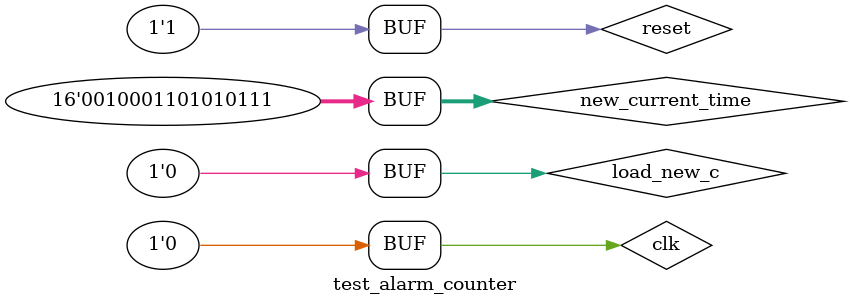
<source format=v>
`timescale 1ns / 1ps


module test_alarm_counter();
reg clk,reset;
reg[15:0] new_current_time;
reg load_new_c;
wire [15:0] current_time;
alarm_counter alarm_counter_ (clk,reset,new_current_time,load_new_c,current_time);
always
begin
clk=0;
#1 clk=1;
#1 clk=0;
end
initial
begin
new_current_time=16'h2357;
reset=0;
#10 reset=1; load_new_c=1;
#10 load_new_c=0;
end

endmodule

</source>
